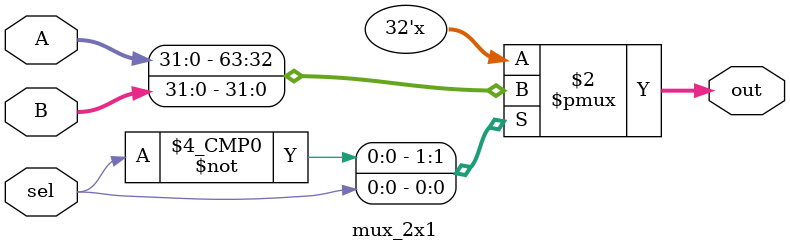
<source format=sv>
module mux_2x1 (input logic [31:0] A,B, input logic sel, output logic [31:0] out);
    always_comb begin : blockName
            case (sel)
            1'b0 : out=A;
            1'b1 : out=B;
            endcase
    end

endmodule
</source>
